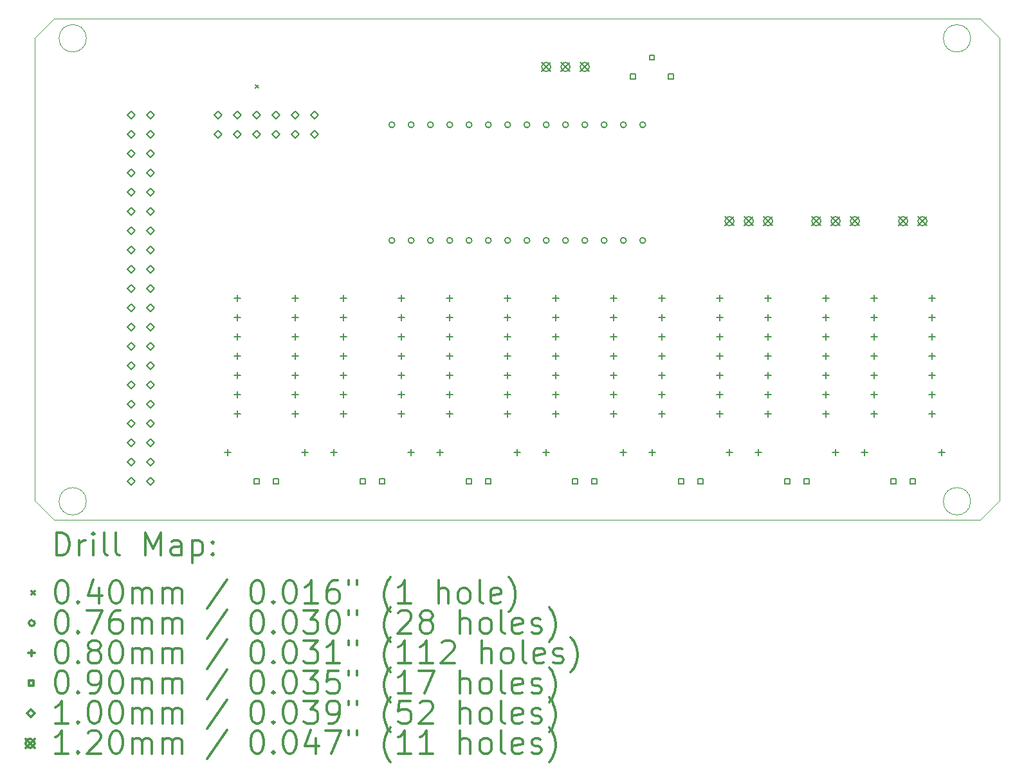
<source format=gbr>
%FSLAX45Y45*%
G04 Gerber Fmt 4.5, Leading zero omitted, Abs format (unit mm)*
G04 Created by KiCad (PCBNEW 5.1.5+dfsg1-2build2) date 2021-12-17 12:35:42*
%MOMM*%
%LPD*%
G04 APERTURE LIST*
%TA.AperFunction,Profile*%
%ADD10C,0.050000*%
%TD*%
%ADD11C,0.200000*%
%ADD12C,0.300000*%
G04 APERTURE END LIST*
D10*
X20828000Y-5842000D02*
X20574000Y-5842000D01*
X21082000Y-6096000D02*
X20828000Y-5842000D01*
X21082000Y-12192000D02*
X21082000Y-6096000D01*
X20828000Y-12446000D02*
X21082000Y-12192000D01*
X20574000Y-12446000D02*
X20828000Y-12446000D01*
X8636000Y-5842000D02*
X9525000Y-5842000D01*
X8382000Y-6096000D02*
X8636000Y-5842000D01*
X8382000Y-12192000D02*
X8382000Y-6096000D01*
X8636000Y-12446000D02*
X8382000Y-12192000D01*
X9525000Y-12446000D02*
X8636000Y-12446000D01*
X9060000Y-6100000D02*
G75*
G03X9060000Y-6100000I-180000J0D01*
G01*
X9060000Y-12200000D02*
G75*
G03X9060000Y-12200000I-180000J0D01*
G01*
X20700000Y-6100000D02*
G75*
G03X20700000Y-6100000I-180000J0D01*
G01*
X20700000Y-12200000D02*
G75*
G03X20700000Y-12200000I-180000J0D01*
G01*
X20574000Y-12446000D02*
X9525000Y-12446000D01*
X9525000Y-5842000D02*
X20574000Y-5842000D01*
D11*
X11283000Y-6711000D02*
X11323000Y-6751000D01*
X11323000Y-6711000D02*
X11283000Y-6751000D01*
X13119100Y-7239000D02*
G75*
G03X13119100Y-7239000I-38100J0D01*
G01*
X13119100Y-8763000D02*
G75*
G03X13119100Y-8763000I-38100J0D01*
G01*
X13373100Y-7239000D02*
G75*
G03X13373100Y-7239000I-38100J0D01*
G01*
X13373100Y-8763000D02*
G75*
G03X13373100Y-8763000I-38100J0D01*
G01*
X13627100Y-7239000D02*
G75*
G03X13627100Y-7239000I-38100J0D01*
G01*
X13627100Y-8763000D02*
G75*
G03X13627100Y-8763000I-38100J0D01*
G01*
X13881100Y-7239000D02*
G75*
G03X13881100Y-7239000I-38100J0D01*
G01*
X13881100Y-8763000D02*
G75*
G03X13881100Y-8763000I-38100J0D01*
G01*
X14135100Y-7239000D02*
G75*
G03X14135100Y-7239000I-38100J0D01*
G01*
X14135100Y-8763000D02*
G75*
G03X14135100Y-8763000I-38100J0D01*
G01*
X14389100Y-7239000D02*
G75*
G03X14389100Y-7239000I-38100J0D01*
G01*
X14389100Y-8763000D02*
G75*
G03X14389100Y-8763000I-38100J0D01*
G01*
X14643100Y-7239000D02*
G75*
G03X14643100Y-7239000I-38100J0D01*
G01*
X14643100Y-8763000D02*
G75*
G03X14643100Y-8763000I-38100J0D01*
G01*
X14897100Y-7239000D02*
G75*
G03X14897100Y-7239000I-38100J0D01*
G01*
X14897100Y-8763000D02*
G75*
G03X14897100Y-8763000I-38100J0D01*
G01*
X15151100Y-7239000D02*
G75*
G03X15151100Y-7239000I-38100J0D01*
G01*
X15151100Y-8763000D02*
G75*
G03X15151100Y-8763000I-38100J0D01*
G01*
X15405100Y-7239000D02*
G75*
G03X15405100Y-7239000I-38100J0D01*
G01*
X15405100Y-8763000D02*
G75*
G03X15405100Y-8763000I-38100J0D01*
G01*
X15659100Y-7239000D02*
G75*
G03X15659100Y-7239000I-38100J0D01*
G01*
X15659100Y-8763000D02*
G75*
G03X15659100Y-8763000I-38100J0D01*
G01*
X15913100Y-7239000D02*
G75*
G03X15913100Y-7239000I-38100J0D01*
G01*
X15913100Y-8763000D02*
G75*
G03X15913100Y-8763000I-38100J0D01*
G01*
X16167100Y-7239000D02*
G75*
G03X16167100Y-7239000I-38100J0D01*
G01*
X16167100Y-8763000D02*
G75*
G03X16167100Y-8763000I-38100J0D01*
G01*
X16421100Y-7239000D02*
G75*
G03X16421100Y-7239000I-38100J0D01*
G01*
X16421100Y-8763000D02*
G75*
G03X16421100Y-8763000I-38100J0D01*
G01*
X15113000Y-11517000D02*
X15113000Y-11597000D01*
X15073000Y-11557000D02*
X15153000Y-11557000D01*
X16129000Y-11517000D02*
X16129000Y-11597000D01*
X16089000Y-11557000D02*
X16169000Y-11557000D01*
X19304000Y-11517000D02*
X19304000Y-11597000D01*
X19264000Y-11557000D02*
X19344000Y-11557000D01*
X20320000Y-11517000D02*
X20320000Y-11597000D01*
X20280000Y-11557000D02*
X20360000Y-11557000D01*
X12319000Y-11517000D02*
X12319000Y-11597000D01*
X12279000Y-11557000D02*
X12359000Y-11557000D01*
X13335000Y-11517000D02*
X13335000Y-11597000D01*
X13295000Y-11557000D02*
X13375000Y-11557000D01*
X17907000Y-11517000D02*
X17907000Y-11597000D01*
X17867000Y-11557000D02*
X17947000Y-11557000D01*
X18923000Y-11517000D02*
X18923000Y-11597000D01*
X18883000Y-11557000D02*
X18963000Y-11557000D01*
X19431000Y-9485000D02*
X19431000Y-9565000D01*
X19391000Y-9525000D02*
X19471000Y-9525000D01*
X19431000Y-9739000D02*
X19431000Y-9819000D01*
X19391000Y-9779000D02*
X19471000Y-9779000D01*
X19431000Y-9993000D02*
X19431000Y-10073000D01*
X19391000Y-10033000D02*
X19471000Y-10033000D01*
X19431000Y-10247000D02*
X19431000Y-10327000D01*
X19391000Y-10287000D02*
X19471000Y-10287000D01*
X19431000Y-10501000D02*
X19431000Y-10581000D01*
X19391000Y-10541000D02*
X19471000Y-10541000D01*
X19431000Y-10755000D02*
X19431000Y-10835000D01*
X19391000Y-10795000D02*
X19471000Y-10795000D01*
X19431000Y-11009000D02*
X19431000Y-11089000D01*
X19391000Y-11049000D02*
X19471000Y-11049000D01*
X20193000Y-9485000D02*
X20193000Y-9565000D01*
X20153000Y-9525000D02*
X20233000Y-9525000D01*
X20193000Y-9739000D02*
X20193000Y-9819000D01*
X20153000Y-9779000D02*
X20233000Y-9779000D01*
X20193000Y-9993000D02*
X20193000Y-10073000D01*
X20153000Y-10033000D02*
X20233000Y-10033000D01*
X20193000Y-10247000D02*
X20193000Y-10327000D01*
X20153000Y-10287000D02*
X20233000Y-10287000D01*
X20193000Y-10501000D02*
X20193000Y-10581000D01*
X20153000Y-10541000D02*
X20233000Y-10541000D01*
X20193000Y-10755000D02*
X20193000Y-10835000D01*
X20153000Y-10795000D02*
X20233000Y-10795000D01*
X20193000Y-11009000D02*
X20193000Y-11089000D01*
X20153000Y-11049000D02*
X20233000Y-11049000D01*
X13716000Y-11517000D02*
X13716000Y-11597000D01*
X13676000Y-11557000D02*
X13756000Y-11557000D01*
X14732000Y-11517000D02*
X14732000Y-11597000D01*
X14692000Y-11557000D02*
X14772000Y-11557000D01*
X11049000Y-9485000D02*
X11049000Y-9565000D01*
X11009000Y-9525000D02*
X11089000Y-9525000D01*
X11049000Y-9739000D02*
X11049000Y-9819000D01*
X11009000Y-9779000D02*
X11089000Y-9779000D01*
X11049000Y-9993000D02*
X11049000Y-10073000D01*
X11009000Y-10033000D02*
X11089000Y-10033000D01*
X11049000Y-10247000D02*
X11049000Y-10327000D01*
X11009000Y-10287000D02*
X11089000Y-10287000D01*
X11049000Y-10501000D02*
X11049000Y-10581000D01*
X11009000Y-10541000D02*
X11089000Y-10541000D01*
X11049000Y-10755000D02*
X11049000Y-10835000D01*
X11009000Y-10795000D02*
X11089000Y-10795000D01*
X11049000Y-11009000D02*
X11049000Y-11089000D01*
X11009000Y-11049000D02*
X11089000Y-11049000D01*
X11811000Y-9485000D02*
X11811000Y-9565000D01*
X11771000Y-9525000D02*
X11851000Y-9525000D01*
X11811000Y-9739000D02*
X11811000Y-9819000D01*
X11771000Y-9779000D02*
X11851000Y-9779000D01*
X11811000Y-9993000D02*
X11811000Y-10073000D01*
X11771000Y-10033000D02*
X11851000Y-10033000D01*
X11811000Y-10247000D02*
X11811000Y-10327000D01*
X11771000Y-10287000D02*
X11851000Y-10287000D01*
X11811000Y-10501000D02*
X11811000Y-10581000D01*
X11771000Y-10541000D02*
X11851000Y-10541000D01*
X11811000Y-10755000D02*
X11811000Y-10835000D01*
X11771000Y-10795000D02*
X11851000Y-10795000D01*
X11811000Y-11009000D02*
X11811000Y-11089000D01*
X11771000Y-11049000D02*
X11851000Y-11049000D01*
X16637000Y-9485000D02*
X16637000Y-9565000D01*
X16597000Y-9525000D02*
X16677000Y-9525000D01*
X16637000Y-9739000D02*
X16637000Y-9819000D01*
X16597000Y-9779000D02*
X16677000Y-9779000D01*
X16637000Y-9993000D02*
X16637000Y-10073000D01*
X16597000Y-10033000D02*
X16677000Y-10033000D01*
X16637000Y-10247000D02*
X16637000Y-10327000D01*
X16597000Y-10287000D02*
X16677000Y-10287000D01*
X16637000Y-10501000D02*
X16637000Y-10581000D01*
X16597000Y-10541000D02*
X16677000Y-10541000D01*
X16637000Y-10755000D02*
X16637000Y-10835000D01*
X16597000Y-10795000D02*
X16677000Y-10795000D01*
X16637000Y-11009000D02*
X16637000Y-11089000D01*
X16597000Y-11049000D02*
X16677000Y-11049000D01*
X17399000Y-9485000D02*
X17399000Y-9565000D01*
X17359000Y-9525000D02*
X17439000Y-9525000D01*
X17399000Y-9739000D02*
X17399000Y-9819000D01*
X17359000Y-9779000D02*
X17439000Y-9779000D01*
X17399000Y-9993000D02*
X17399000Y-10073000D01*
X17359000Y-10033000D02*
X17439000Y-10033000D01*
X17399000Y-10247000D02*
X17399000Y-10327000D01*
X17359000Y-10287000D02*
X17439000Y-10287000D01*
X17399000Y-10501000D02*
X17399000Y-10581000D01*
X17359000Y-10541000D02*
X17439000Y-10541000D01*
X17399000Y-10755000D02*
X17399000Y-10835000D01*
X17359000Y-10795000D02*
X17439000Y-10795000D01*
X17399000Y-11009000D02*
X17399000Y-11089000D01*
X17359000Y-11049000D02*
X17439000Y-11049000D01*
X10922000Y-11517000D02*
X10922000Y-11597000D01*
X10882000Y-11557000D02*
X10962000Y-11557000D01*
X11938000Y-11517000D02*
X11938000Y-11597000D01*
X11898000Y-11557000D02*
X11978000Y-11557000D01*
X12446000Y-9485000D02*
X12446000Y-9565000D01*
X12406000Y-9525000D02*
X12486000Y-9525000D01*
X12446000Y-9739000D02*
X12446000Y-9819000D01*
X12406000Y-9779000D02*
X12486000Y-9779000D01*
X12446000Y-9993000D02*
X12446000Y-10073000D01*
X12406000Y-10033000D02*
X12486000Y-10033000D01*
X12446000Y-10247000D02*
X12446000Y-10327000D01*
X12406000Y-10287000D02*
X12486000Y-10287000D01*
X12446000Y-10501000D02*
X12446000Y-10581000D01*
X12406000Y-10541000D02*
X12486000Y-10541000D01*
X12446000Y-10755000D02*
X12446000Y-10835000D01*
X12406000Y-10795000D02*
X12486000Y-10795000D01*
X12446000Y-11009000D02*
X12446000Y-11089000D01*
X12406000Y-11049000D02*
X12486000Y-11049000D01*
X13208000Y-9485000D02*
X13208000Y-9565000D01*
X13168000Y-9525000D02*
X13248000Y-9525000D01*
X13208000Y-9739000D02*
X13208000Y-9819000D01*
X13168000Y-9779000D02*
X13248000Y-9779000D01*
X13208000Y-9993000D02*
X13208000Y-10073000D01*
X13168000Y-10033000D02*
X13248000Y-10033000D01*
X13208000Y-10247000D02*
X13208000Y-10327000D01*
X13168000Y-10287000D02*
X13248000Y-10287000D01*
X13208000Y-10501000D02*
X13208000Y-10581000D01*
X13168000Y-10541000D02*
X13248000Y-10541000D01*
X13208000Y-10755000D02*
X13208000Y-10835000D01*
X13168000Y-10795000D02*
X13248000Y-10795000D01*
X13208000Y-11009000D02*
X13208000Y-11089000D01*
X13168000Y-11049000D02*
X13248000Y-11049000D01*
X18034000Y-9485000D02*
X18034000Y-9565000D01*
X17994000Y-9525000D02*
X18074000Y-9525000D01*
X18034000Y-9739000D02*
X18034000Y-9819000D01*
X17994000Y-9779000D02*
X18074000Y-9779000D01*
X18034000Y-9993000D02*
X18034000Y-10073000D01*
X17994000Y-10033000D02*
X18074000Y-10033000D01*
X18034000Y-10247000D02*
X18034000Y-10327000D01*
X17994000Y-10287000D02*
X18074000Y-10287000D01*
X18034000Y-10501000D02*
X18034000Y-10581000D01*
X17994000Y-10541000D02*
X18074000Y-10541000D01*
X18034000Y-10755000D02*
X18034000Y-10835000D01*
X17994000Y-10795000D02*
X18074000Y-10795000D01*
X18034000Y-11009000D02*
X18034000Y-11089000D01*
X17994000Y-11049000D02*
X18074000Y-11049000D01*
X18796000Y-9485000D02*
X18796000Y-9565000D01*
X18756000Y-9525000D02*
X18836000Y-9525000D01*
X18796000Y-9739000D02*
X18796000Y-9819000D01*
X18756000Y-9779000D02*
X18836000Y-9779000D01*
X18796000Y-9993000D02*
X18796000Y-10073000D01*
X18756000Y-10033000D02*
X18836000Y-10033000D01*
X18796000Y-10247000D02*
X18796000Y-10327000D01*
X18756000Y-10287000D02*
X18836000Y-10287000D01*
X18796000Y-10501000D02*
X18796000Y-10581000D01*
X18756000Y-10541000D02*
X18836000Y-10541000D01*
X18796000Y-10755000D02*
X18796000Y-10835000D01*
X18756000Y-10795000D02*
X18836000Y-10795000D01*
X18796000Y-11009000D02*
X18796000Y-11089000D01*
X18756000Y-11049000D02*
X18836000Y-11049000D01*
X13843000Y-9485000D02*
X13843000Y-9565000D01*
X13803000Y-9525000D02*
X13883000Y-9525000D01*
X13843000Y-9739000D02*
X13843000Y-9819000D01*
X13803000Y-9779000D02*
X13883000Y-9779000D01*
X13843000Y-9993000D02*
X13843000Y-10073000D01*
X13803000Y-10033000D02*
X13883000Y-10033000D01*
X13843000Y-10247000D02*
X13843000Y-10327000D01*
X13803000Y-10287000D02*
X13883000Y-10287000D01*
X13843000Y-10501000D02*
X13843000Y-10581000D01*
X13803000Y-10541000D02*
X13883000Y-10541000D01*
X13843000Y-10755000D02*
X13843000Y-10835000D01*
X13803000Y-10795000D02*
X13883000Y-10795000D01*
X13843000Y-11009000D02*
X13843000Y-11089000D01*
X13803000Y-11049000D02*
X13883000Y-11049000D01*
X14605000Y-9485000D02*
X14605000Y-9565000D01*
X14565000Y-9525000D02*
X14645000Y-9525000D01*
X14605000Y-9739000D02*
X14605000Y-9819000D01*
X14565000Y-9779000D02*
X14645000Y-9779000D01*
X14605000Y-9993000D02*
X14605000Y-10073000D01*
X14565000Y-10033000D02*
X14645000Y-10033000D01*
X14605000Y-10247000D02*
X14605000Y-10327000D01*
X14565000Y-10287000D02*
X14645000Y-10287000D01*
X14605000Y-10501000D02*
X14605000Y-10581000D01*
X14565000Y-10541000D02*
X14645000Y-10541000D01*
X14605000Y-10755000D02*
X14605000Y-10835000D01*
X14565000Y-10795000D02*
X14645000Y-10795000D01*
X14605000Y-11009000D02*
X14605000Y-11089000D01*
X14565000Y-11049000D02*
X14645000Y-11049000D01*
X16510000Y-11517000D02*
X16510000Y-11597000D01*
X16470000Y-11557000D02*
X16550000Y-11557000D01*
X17526000Y-11517000D02*
X17526000Y-11597000D01*
X17486000Y-11557000D02*
X17566000Y-11557000D01*
X15240000Y-9485000D02*
X15240000Y-9565000D01*
X15200000Y-9525000D02*
X15280000Y-9525000D01*
X15240000Y-9739000D02*
X15240000Y-9819000D01*
X15200000Y-9779000D02*
X15280000Y-9779000D01*
X15240000Y-9993000D02*
X15240000Y-10073000D01*
X15200000Y-10033000D02*
X15280000Y-10033000D01*
X15240000Y-10247000D02*
X15240000Y-10327000D01*
X15200000Y-10287000D02*
X15280000Y-10287000D01*
X15240000Y-10501000D02*
X15240000Y-10581000D01*
X15200000Y-10541000D02*
X15280000Y-10541000D01*
X15240000Y-10755000D02*
X15240000Y-10835000D01*
X15200000Y-10795000D02*
X15280000Y-10795000D01*
X15240000Y-11009000D02*
X15240000Y-11089000D01*
X15200000Y-11049000D02*
X15280000Y-11049000D01*
X16002000Y-9485000D02*
X16002000Y-9565000D01*
X15962000Y-9525000D02*
X16042000Y-9525000D01*
X16002000Y-9739000D02*
X16002000Y-9819000D01*
X15962000Y-9779000D02*
X16042000Y-9779000D01*
X16002000Y-9993000D02*
X16002000Y-10073000D01*
X15962000Y-10033000D02*
X16042000Y-10033000D01*
X16002000Y-10247000D02*
X16002000Y-10327000D01*
X15962000Y-10287000D02*
X16042000Y-10287000D01*
X16002000Y-10501000D02*
X16002000Y-10581000D01*
X15962000Y-10541000D02*
X16042000Y-10541000D01*
X16002000Y-10755000D02*
X16002000Y-10835000D01*
X15962000Y-10795000D02*
X16042000Y-10795000D01*
X16002000Y-11009000D02*
X16002000Y-11089000D01*
X15962000Y-11049000D02*
X16042000Y-11049000D01*
X18319820Y-11969820D02*
X18319820Y-11906180D01*
X18256180Y-11906180D01*
X18256180Y-11969820D01*
X18319820Y-11969820D01*
X18573820Y-11969820D02*
X18573820Y-11906180D01*
X18510180Y-11906180D01*
X18510180Y-11969820D01*
X18573820Y-11969820D01*
X12731820Y-11969820D02*
X12731820Y-11906180D01*
X12668180Y-11906180D01*
X12668180Y-11969820D01*
X12731820Y-11969820D01*
X12985820Y-11969820D02*
X12985820Y-11906180D01*
X12922180Y-11906180D01*
X12922180Y-11969820D01*
X12985820Y-11969820D01*
X16287820Y-6635820D02*
X16287820Y-6572180D01*
X16224180Y-6572180D01*
X16224180Y-6635820D01*
X16287820Y-6635820D01*
X16537820Y-6385820D02*
X16537820Y-6322180D01*
X16474180Y-6322180D01*
X16474180Y-6385820D01*
X16537820Y-6385820D01*
X16787820Y-6635820D02*
X16787820Y-6572180D01*
X16724180Y-6572180D01*
X16724180Y-6635820D01*
X16787820Y-6635820D01*
X14128820Y-11969820D02*
X14128820Y-11906180D01*
X14065180Y-11906180D01*
X14065180Y-11969820D01*
X14128820Y-11969820D01*
X14382820Y-11969820D02*
X14382820Y-11906180D01*
X14319180Y-11906180D01*
X14319180Y-11969820D01*
X14382820Y-11969820D01*
X11334820Y-11969820D02*
X11334820Y-11906180D01*
X11271180Y-11906180D01*
X11271180Y-11969820D01*
X11334820Y-11969820D01*
X11588820Y-11969820D02*
X11588820Y-11906180D01*
X11525180Y-11906180D01*
X11525180Y-11969820D01*
X11588820Y-11969820D01*
X16922820Y-11969820D02*
X16922820Y-11906180D01*
X16859180Y-11906180D01*
X16859180Y-11969820D01*
X16922820Y-11969820D01*
X17176820Y-11969820D02*
X17176820Y-11906180D01*
X17113180Y-11906180D01*
X17113180Y-11969820D01*
X17176820Y-11969820D01*
X19716820Y-11969820D02*
X19716820Y-11906180D01*
X19653180Y-11906180D01*
X19653180Y-11969820D01*
X19716820Y-11969820D01*
X19970820Y-11969820D02*
X19970820Y-11906180D01*
X19907180Y-11906180D01*
X19907180Y-11969820D01*
X19970820Y-11969820D01*
X15525820Y-11969820D02*
X15525820Y-11906180D01*
X15462180Y-11906180D01*
X15462180Y-11969820D01*
X15525820Y-11969820D01*
X15779820Y-11969820D02*
X15779820Y-11906180D01*
X15716180Y-11906180D01*
X15716180Y-11969820D01*
X15779820Y-11969820D01*
X9652000Y-7162000D02*
X9702000Y-7112000D01*
X9652000Y-7062000D01*
X9602000Y-7112000D01*
X9652000Y-7162000D01*
X9652000Y-7416000D02*
X9702000Y-7366000D01*
X9652000Y-7316000D01*
X9602000Y-7366000D01*
X9652000Y-7416000D01*
X9652000Y-7670000D02*
X9702000Y-7620000D01*
X9652000Y-7570000D01*
X9602000Y-7620000D01*
X9652000Y-7670000D01*
X9652000Y-7924000D02*
X9702000Y-7874000D01*
X9652000Y-7824000D01*
X9602000Y-7874000D01*
X9652000Y-7924000D01*
X9652000Y-8178000D02*
X9702000Y-8128000D01*
X9652000Y-8078000D01*
X9602000Y-8128000D01*
X9652000Y-8178000D01*
X9652000Y-8432000D02*
X9702000Y-8382000D01*
X9652000Y-8332000D01*
X9602000Y-8382000D01*
X9652000Y-8432000D01*
X9652000Y-8686000D02*
X9702000Y-8636000D01*
X9652000Y-8586000D01*
X9602000Y-8636000D01*
X9652000Y-8686000D01*
X9652000Y-8940000D02*
X9702000Y-8890000D01*
X9652000Y-8840000D01*
X9602000Y-8890000D01*
X9652000Y-8940000D01*
X9652000Y-9194000D02*
X9702000Y-9144000D01*
X9652000Y-9094000D01*
X9602000Y-9144000D01*
X9652000Y-9194000D01*
X9652000Y-9448000D02*
X9702000Y-9398000D01*
X9652000Y-9348000D01*
X9602000Y-9398000D01*
X9652000Y-9448000D01*
X9652000Y-9702000D02*
X9702000Y-9652000D01*
X9652000Y-9602000D01*
X9602000Y-9652000D01*
X9652000Y-9702000D01*
X9652000Y-9956000D02*
X9702000Y-9906000D01*
X9652000Y-9856000D01*
X9602000Y-9906000D01*
X9652000Y-9956000D01*
X9652000Y-10210000D02*
X9702000Y-10160000D01*
X9652000Y-10110000D01*
X9602000Y-10160000D01*
X9652000Y-10210000D01*
X9652000Y-10464000D02*
X9702000Y-10414000D01*
X9652000Y-10364000D01*
X9602000Y-10414000D01*
X9652000Y-10464000D01*
X9652000Y-10718000D02*
X9702000Y-10668000D01*
X9652000Y-10618000D01*
X9602000Y-10668000D01*
X9652000Y-10718000D01*
X9652000Y-10972000D02*
X9702000Y-10922000D01*
X9652000Y-10872000D01*
X9602000Y-10922000D01*
X9652000Y-10972000D01*
X9652000Y-11226000D02*
X9702000Y-11176000D01*
X9652000Y-11126000D01*
X9602000Y-11176000D01*
X9652000Y-11226000D01*
X9652000Y-11480000D02*
X9702000Y-11430000D01*
X9652000Y-11380000D01*
X9602000Y-11430000D01*
X9652000Y-11480000D01*
X9652000Y-11734000D02*
X9702000Y-11684000D01*
X9652000Y-11634000D01*
X9602000Y-11684000D01*
X9652000Y-11734000D01*
X9652000Y-11988000D02*
X9702000Y-11938000D01*
X9652000Y-11888000D01*
X9602000Y-11938000D01*
X9652000Y-11988000D01*
X9906000Y-7162000D02*
X9956000Y-7112000D01*
X9906000Y-7062000D01*
X9856000Y-7112000D01*
X9906000Y-7162000D01*
X9906000Y-7416000D02*
X9956000Y-7366000D01*
X9906000Y-7316000D01*
X9856000Y-7366000D01*
X9906000Y-7416000D01*
X9906000Y-7670000D02*
X9956000Y-7620000D01*
X9906000Y-7570000D01*
X9856000Y-7620000D01*
X9906000Y-7670000D01*
X9906000Y-7924000D02*
X9956000Y-7874000D01*
X9906000Y-7824000D01*
X9856000Y-7874000D01*
X9906000Y-7924000D01*
X9906000Y-8178000D02*
X9956000Y-8128000D01*
X9906000Y-8078000D01*
X9856000Y-8128000D01*
X9906000Y-8178000D01*
X9906000Y-8432000D02*
X9956000Y-8382000D01*
X9906000Y-8332000D01*
X9856000Y-8382000D01*
X9906000Y-8432000D01*
X9906000Y-8686000D02*
X9956000Y-8636000D01*
X9906000Y-8586000D01*
X9856000Y-8636000D01*
X9906000Y-8686000D01*
X9906000Y-8940000D02*
X9956000Y-8890000D01*
X9906000Y-8840000D01*
X9856000Y-8890000D01*
X9906000Y-8940000D01*
X9906000Y-9194000D02*
X9956000Y-9144000D01*
X9906000Y-9094000D01*
X9856000Y-9144000D01*
X9906000Y-9194000D01*
X9906000Y-9448000D02*
X9956000Y-9398000D01*
X9906000Y-9348000D01*
X9856000Y-9398000D01*
X9906000Y-9448000D01*
X9906000Y-9702000D02*
X9956000Y-9652000D01*
X9906000Y-9602000D01*
X9856000Y-9652000D01*
X9906000Y-9702000D01*
X9906000Y-9956000D02*
X9956000Y-9906000D01*
X9906000Y-9856000D01*
X9856000Y-9906000D01*
X9906000Y-9956000D01*
X9906000Y-10210000D02*
X9956000Y-10160000D01*
X9906000Y-10110000D01*
X9856000Y-10160000D01*
X9906000Y-10210000D01*
X9906000Y-10464000D02*
X9956000Y-10414000D01*
X9906000Y-10364000D01*
X9856000Y-10414000D01*
X9906000Y-10464000D01*
X9906000Y-10718000D02*
X9956000Y-10668000D01*
X9906000Y-10618000D01*
X9856000Y-10668000D01*
X9906000Y-10718000D01*
X9906000Y-10972000D02*
X9956000Y-10922000D01*
X9906000Y-10872000D01*
X9856000Y-10922000D01*
X9906000Y-10972000D01*
X9906000Y-11226000D02*
X9956000Y-11176000D01*
X9906000Y-11126000D01*
X9856000Y-11176000D01*
X9906000Y-11226000D01*
X9906000Y-11480000D02*
X9956000Y-11430000D01*
X9906000Y-11380000D01*
X9856000Y-11430000D01*
X9906000Y-11480000D01*
X9906000Y-11734000D02*
X9956000Y-11684000D01*
X9906000Y-11634000D01*
X9856000Y-11684000D01*
X9906000Y-11734000D01*
X9906000Y-11988000D02*
X9956000Y-11938000D01*
X9906000Y-11888000D01*
X9856000Y-11938000D01*
X9906000Y-11988000D01*
X10795000Y-7162000D02*
X10845000Y-7112000D01*
X10795000Y-7062000D01*
X10745000Y-7112000D01*
X10795000Y-7162000D01*
X10795000Y-7416000D02*
X10845000Y-7366000D01*
X10795000Y-7316000D01*
X10745000Y-7366000D01*
X10795000Y-7416000D01*
X11049000Y-7162000D02*
X11099000Y-7112000D01*
X11049000Y-7062000D01*
X10999000Y-7112000D01*
X11049000Y-7162000D01*
X11049000Y-7416000D02*
X11099000Y-7366000D01*
X11049000Y-7316000D01*
X10999000Y-7366000D01*
X11049000Y-7416000D01*
X11303000Y-7162000D02*
X11353000Y-7112000D01*
X11303000Y-7062000D01*
X11253000Y-7112000D01*
X11303000Y-7162000D01*
X11303000Y-7416000D02*
X11353000Y-7366000D01*
X11303000Y-7316000D01*
X11253000Y-7366000D01*
X11303000Y-7416000D01*
X11557000Y-7162000D02*
X11607000Y-7112000D01*
X11557000Y-7062000D01*
X11507000Y-7112000D01*
X11557000Y-7162000D01*
X11557000Y-7416000D02*
X11607000Y-7366000D01*
X11557000Y-7316000D01*
X11507000Y-7366000D01*
X11557000Y-7416000D01*
X11811000Y-7162000D02*
X11861000Y-7112000D01*
X11811000Y-7062000D01*
X11761000Y-7112000D01*
X11811000Y-7162000D01*
X11811000Y-7416000D02*
X11861000Y-7366000D01*
X11811000Y-7316000D01*
X11761000Y-7366000D01*
X11811000Y-7416000D01*
X12065000Y-7162000D02*
X12115000Y-7112000D01*
X12065000Y-7062000D01*
X12015000Y-7112000D01*
X12065000Y-7162000D01*
X12065000Y-7416000D02*
X12115000Y-7366000D01*
X12065000Y-7316000D01*
X12015000Y-7366000D01*
X12065000Y-7416000D01*
X17466000Y-8449000D02*
X17586000Y-8569000D01*
X17586000Y-8449000D02*
X17466000Y-8569000D01*
X17586000Y-8509000D02*
G75*
G03X17586000Y-8509000I-60000J0D01*
G01*
X17720000Y-8449000D02*
X17840000Y-8569000D01*
X17840000Y-8449000D02*
X17720000Y-8569000D01*
X17840000Y-8509000D02*
G75*
G03X17840000Y-8509000I-60000J0D01*
G01*
X17974000Y-8449000D02*
X18094000Y-8569000D01*
X18094000Y-8449000D02*
X17974000Y-8569000D01*
X18094000Y-8509000D02*
G75*
G03X18094000Y-8509000I-60000J0D01*
G01*
X18609000Y-8449000D02*
X18729000Y-8569000D01*
X18729000Y-8449000D02*
X18609000Y-8569000D01*
X18729000Y-8509000D02*
G75*
G03X18729000Y-8509000I-60000J0D01*
G01*
X18863000Y-8449000D02*
X18983000Y-8569000D01*
X18983000Y-8449000D02*
X18863000Y-8569000D01*
X18983000Y-8509000D02*
G75*
G03X18983000Y-8509000I-60000J0D01*
G01*
X19117000Y-8449000D02*
X19237000Y-8569000D01*
X19237000Y-8449000D02*
X19117000Y-8569000D01*
X19237000Y-8509000D02*
G75*
G03X19237000Y-8509000I-60000J0D01*
G01*
X19752000Y-8449000D02*
X19872000Y-8569000D01*
X19872000Y-8449000D02*
X19752000Y-8569000D01*
X19872000Y-8509000D02*
G75*
G03X19872000Y-8509000I-60000J0D01*
G01*
X20006000Y-8449000D02*
X20126000Y-8569000D01*
X20126000Y-8449000D02*
X20006000Y-8569000D01*
X20126000Y-8509000D02*
G75*
G03X20126000Y-8509000I-60000J0D01*
G01*
X15053000Y-6417000D02*
X15173000Y-6537000D01*
X15173000Y-6417000D02*
X15053000Y-6537000D01*
X15173000Y-6477000D02*
G75*
G03X15173000Y-6477000I-60000J0D01*
G01*
X15307000Y-6417000D02*
X15427000Y-6537000D01*
X15427000Y-6417000D02*
X15307000Y-6537000D01*
X15427000Y-6477000D02*
G75*
G03X15427000Y-6477000I-60000J0D01*
G01*
X15561000Y-6417000D02*
X15681000Y-6537000D01*
X15681000Y-6417000D02*
X15561000Y-6537000D01*
X15681000Y-6477000D02*
G75*
G03X15681000Y-6477000I-60000J0D01*
G01*
D12*
X8665928Y-12914214D02*
X8665928Y-12614214D01*
X8737357Y-12614214D01*
X8780214Y-12628500D01*
X8808786Y-12657071D01*
X8823071Y-12685643D01*
X8837357Y-12742786D01*
X8837357Y-12785643D01*
X8823071Y-12842786D01*
X8808786Y-12871357D01*
X8780214Y-12899929D01*
X8737357Y-12914214D01*
X8665928Y-12914214D01*
X8965928Y-12914214D02*
X8965928Y-12714214D01*
X8965928Y-12771357D02*
X8980214Y-12742786D01*
X8994500Y-12728500D01*
X9023071Y-12714214D01*
X9051643Y-12714214D01*
X9151643Y-12914214D02*
X9151643Y-12714214D01*
X9151643Y-12614214D02*
X9137357Y-12628500D01*
X9151643Y-12642786D01*
X9165928Y-12628500D01*
X9151643Y-12614214D01*
X9151643Y-12642786D01*
X9337357Y-12914214D02*
X9308786Y-12899929D01*
X9294500Y-12871357D01*
X9294500Y-12614214D01*
X9494500Y-12914214D02*
X9465928Y-12899929D01*
X9451643Y-12871357D01*
X9451643Y-12614214D01*
X9837357Y-12914214D02*
X9837357Y-12614214D01*
X9937357Y-12828500D01*
X10037357Y-12614214D01*
X10037357Y-12914214D01*
X10308786Y-12914214D02*
X10308786Y-12757071D01*
X10294500Y-12728500D01*
X10265928Y-12714214D01*
X10208786Y-12714214D01*
X10180214Y-12728500D01*
X10308786Y-12899929D02*
X10280214Y-12914214D01*
X10208786Y-12914214D01*
X10180214Y-12899929D01*
X10165928Y-12871357D01*
X10165928Y-12842786D01*
X10180214Y-12814214D01*
X10208786Y-12799929D01*
X10280214Y-12799929D01*
X10308786Y-12785643D01*
X10451643Y-12714214D02*
X10451643Y-13014214D01*
X10451643Y-12728500D02*
X10480214Y-12714214D01*
X10537357Y-12714214D01*
X10565928Y-12728500D01*
X10580214Y-12742786D01*
X10594500Y-12771357D01*
X10594500Y-12857071D01*
X10580214Y-12885643D01*
X10565928Y-12899929D01*
X10537357Y-12914214D01*
X10480214Y-12914214D01*
X10451643Y-12899929D01*
X10723071Y-12885643D02*
X10737357Y-12899929D01*
X10723071Y-12914214D01*
X10708786Y-12899929D01*
X10723071Y-12885643D01*
X10723071Y-12914214D01*
X10723071Y-12728500D02*
X10737357Y-12742786D01*
X10723071Y-12757071D01*
X10708786Y-12742786D01*
X10723071Y-12728500D01*
X10723071Y-12757071D01*
X8339500Y-13388500D02*
X8379500Y-13428500D01*
X8379500Y-13388500D02*
X8339500Y-13428500D01*
X8723071Y-13244214D02*
X8751643Y-13244214D01*
X8780214Y-13258500D01*
X8794500Y-13272786D01*
X8808786Y-13301357D01*
X8823071Y-13358500D01*
X8823071Y-13429929D01*
X8808786Y-13487071D01*
X8794500Y-13515643D01*
X8780214Y-13529929D01*
X8751643Y-13544214D01*
X8723071Y-13544214D01*
X8694500Y-13529929D01*
X8680214Y-13515643D01*
X8665928Y-13487071D01*
X8651643Y-13429929D01*
X8651643Y-13358500D01*
X8665928Y-13301357D01*
X8680214Y-13272786D01*
X8694500Y-13258500D01*
X8723071Y-13244214D01*
X8951643Y-13515643D02*
X8965928Y-13529929D01*
X8951643Y-13544214D01*
X8937357Y-13529929D01*
X8951643Y-13515643D01*
X8951643Y-13544214D01*
X9223071Y-13344214D02*
X9223071Y-13544214D01*
X9151643Y-13229929D02*
X9080214Y-13444214D01*
X9265928Y-13444214D01*
X9437357Y-13244214D02*
X9465928Y-13244214D01*
X9494500Y-13258500D01*
X9508786Y-13272786D01*
X9523071Y-13301357D01*
X9537357Y-13358500D01*
X9537357Y-13429929D01*
X9523071Y-13487071D01*
X9508786Y-13515643D01*
X9494500Y-13529929D01*
X9465928Y-13544214D01*
X9437357Y-13544214D01*
X9408786Y-13529929D01*
X9394500Y-13515643D01*
X9380214Y-13487071D01*
X9365928Y-13429929D01*
X9365928Y-13358500D01*
X9380214Y-13301357D01*
X9394500Y-13272786D01*
X9408786Y-13258500D01*
X9437357Y-13244214D01*
X9665928Y-13544214D02*
X9665928Y-13344214D01*
X9665928Y-13372786D02*
X9680214Y-13358500D01*
X9708786Y-13344214D01*
X9751643Y-13344214D01*
X9780214Y-13358500D01*
X9794500Y-13387071D01*
X9794500Y-13544214D01*
X9794500Y-13387071D02*
X9808786Y-13358500D01*
X9837357Y-13344214D01*
X9880214Y-13344214D01*
X9908786Y-13358500D01*
X9923071Y-13387071D01*
X9923071Y-13544214D01*
X10065928Y-13544214D02*
X10065928Y-13344214D01*
X10065928Y-13372786D02*
X10080214Y-13358500D01*
X10108786Y-13344214D01*
X10151643Y-13344214D01*
X10180214Y-13358500D01*
X10194500Y-13387071D01*
X10194500Y-13544214D01*
X10194500Y-13387071D02*
X10208786Y-13358500D01*
X10237357Y-13344214D01*
X10280214Y-13344214D01*
X10308786Y-13358500D01*
X10323071Y-13387071D01*
X10323071Y-13544214D01*
X10908786Y-13229929D02*
X10651643Y-13615643D01*
X11294500Y-13244214D02*
X11323071Y-13244214D01*
X11351643Y-13258500D01*
X11365928Y-13272786D01*
X11380214Y-13301357D01*
X11394500Y-13358500D01*
X11394500Y-13429929D01*
X11380214Y-13487071D01*
X11365928Y-13515643D01*
X11351643Y-13529929D01*
X11323071Y-13544214D01*
X11294500Y-13544214D01*
X11265928Y-13529929D01*
X11251643Y-13515643D01*
X11237357Y-13487071D01*
X11223071Y-13429929D01*
X11223071Y-13358500D01*
X11237357Y-13301357D01*
X11251643Y-13272786D01*
X11265928Y-13258500D01*
X11294500Y-13244214D01*
X11523071Y-13515643D02*
X11537357Y-13529929D01*
X11523071Y-13544214D01*
X11508786Y-13529929D01*
X11523071Y-13515643D01*
X11523071Y-13544214D01*
X11723071Y-13244214D02*
X11751643Y-13244214D01*
X11780214Y-13258500D01*
X11794500Y-13272786D01*
X11808786Y-13301357D01*
X11823071Y-13358500D01*
X11823071Y-13429929D01*
X11808786Y-13487071D01*
X11794500Y-13515643D01*
X11780214Y-13529929D01*
X11751643Y-13544214D01*
X11723071Y-13544214D01*
X11694500Y-13529929D01*
X11680214Y-13515643D01*
X11665928Y-13487071D01*
X11651643Y-13429929D01*
X11651643Y-13358500D01*
X11665928Y-13301357D01*
X11680214Y-13272786D01*
X11694500Y-13258500D01*
X11723071Y-13244214D01*
X12108786Y-13544214D02*
X11937357Y-13544214D01*
X12023071Y-13544214D02*
X12023071Y-13244214D01*
X11994500Y-13287071D01*
X11965928Y-13315643D01*
X11937357Y-13329929D01*
X12365928Y-13244214D02*
X12308786Y-13244214D01*
X12280214Y-13258500D01*
X12265928Y-13272786D01*
X12237357Y-13315643D01*
X12223071Y-13372786D01*
X12223071Y-13487071D01*
X12237357Y-13515643D01*
X12251643Y-13529929D01*
X12280214Y-13544214D01*
X12337357Y-13544214D01*
X12365928Y-13529929D01*
X12380214Y-13515643D01*
X12394500Y-13487071D01*
X12394500Y-13415643D01*
X12380214Y-13387071D01*
X12365928Y-13372786D01*
X12337357Y-13358500D01*
X12280214Y-13358500D01*
X12251643Y-13372786D01*
X12237357Y-13387071D01*
X12223071Y-13415643D01*
X12508786Y-13244214D02*
X12508786Y-13301357D01*
X12623071Y-13244214D02*
X12623071Y-13301357D01*
X13065928Y-13658500D02*
X13051643Y-13644214D01*
X13023071Y-13601357D01*
X13008786Y-13572786D01*
X12994500Y-13529929D01*
X12980214Y-13458500D01*
X12980214Y-13401357D01*
X12994500Y-13329929D01*
X13008786Y-13287071D01*
X13023071Y-13258500D01*
X13051643Y-13215643D01*
X13065928Y-13201357D01*
X13337357Y-13544214D02*
X13165928Y-13544214D01*
X13251643Y-13544214D02*
X13251643Y-13244214D01*
X13223071Y-13287071D01*
X13194500Y-13315643D01*
X13165928Y-13329929D01*
X13694500Y-13544214D02*
X13694500Y-13244214D01*
X13823071Y-13544214D02*
X13823071Y-13387071D01*
X13808786Y-13358500D01*
X13780214Y-13344214D01*
X13737357Y-13344214D01*
X13708786Y-13358500D01*
X13694500Y-13372786D01*
X14008786Y-13544214D02*
X13980214Y-13529929D01*
X13965928Y-13515643D01*
X13951643Y-13487071D01*
X13951643Y-13401357D01*
X13965928Y-13372786D01*
X13980214Y-13358500D01*
X14008786Y-13344214D01*
X14051643Y-13344214D01*
X14080214Y-13358500D01*
X14094500Y-13372786D01*
X14108786Y-13401357D01*
X14108786Y-13487071D01*
X14094500Y-13515643D01*
X14080214Y-13529929D01*
X14051643Y-13544214D01*
X14008786Y-13544214D01*
X14280214Y-13544214D02*
X14251643Y-13529929D01*
X14237357Y-13501357D01*
X14237357Y-13244214D01*
X14508786Y-13529929D02*
X14480214Y-13544214D01*
X14423071Y-13544214D01*
X14394500Y-13529929D01*
X14380214Y-13501357D01*
X14380214Y-13387071D01*
X14394500Y-13358500D01*
X14423071Y-13344214D01*
X14480214Y-13344214D01*
X14508786Y-13358500D01*
X14523071Y-13387071D01*
X14523071Y-13415643D01*
X14380214Y-13444214D01*
X14623071Y-13658500D02*
X14637357Y-13644214D01*
X14665928Y-13601357D01*
X14680214Y-13572786D01*
X14694500Y-13529929D01*
X14708786Y-13458500D01*
X14708786Y-13401357D01*
X14694500Y-13329929D01*
X14680214Y-13287071D01*
X14665928Y-13258500D01*
X14637357Y-13215643D01*
X14623071Y-13201357D01*
X8379500Y-13804500D02*
G75*
G03X8379500Y-13804500I-38100J0D01*
G01*
X8723071Y-13640214D02*
X8751643Y-13640214D01*
X8780214Y-13654500D01*
X8794500Y-13668786D01*
X8808786Y-13697357D01*
X8823071Y-13754500D01*
X8823071Y-13825929D01*
X8808786Y-13883071D01*
X8794500Y-13911643D01*
X8780214Y-13925929D01*
X8751643Y-13940214D01*
X8723071Y-13940214D01*
X8694500Y-13925929D01*
X8680214Y-13911643D01*
X8665928Y-13883071D01*
X8651643Y-13825929D01*
X8651643Y-13754500D01*
X8665928Y-13697357D01*
X8680214Y-13668786D01*
X8694500Y-13654500D01*
X8723071Y-13640214D01*
X8951643Y-13911643D02*
X8965928Y-13925929D01*
X8951643Y-13940214D01*
X8937357Y-13925929D01*
X8951643Y-13911643D01*
X8951643Y-13940214D01*
X9065928Y-13640214D02*
X9265928Y-13640214D01*
X9137357Y-13940214D01*
X9508786Y-13640214D02*
X9451643Y-13640214D01*
X9423071Y-13654500D01*
X9408786Y-13668786D01*
X9380214Y-13711643D01*
X9365928Y-13768786D01*
X9365928Y-13883071D01*
X9380214Y-13911643D01*
X9394500Y-13925929D01*
X9423071Y-13940214D01*
X9480214Y-13940214D01*
X9508786Y-13925929D01*
X9523071Y-13911643D01*
X9537357Y-13883071D01*
X9537357Y-13811643D01*
X9523071Y-13783071D01*
X9508786Y-13768786D01*
X9480214Y-13754500D01*
X9423071Y-13754500D01*
X9394500Y-13768786D01*
X9380214Y-13783071D01*
X9365928Y-13811643D01*
X9665928Y-13940214D02*
X9665928Y-13740214D01*
X9665928Y-13768786D02*
X9680214Y-13754500D01*
X9708786Y-13740214D01*
X9751643Y-13740214D01*
X9780214Y-13754500D01*
X9794500Y-13783071D01*
X9794500Y-13940214D01*
X9794500Y-13783071D02*
X9808786Y-13754500D01*
X9837357Y-13740214D01*
X9880214Y-13740214D01*
X9908786Y-13754500D01*
X9923071Y-13783071D01*
X9923071Y-13940214D01*
X10065928Y-13940214D02*
X10065928Y-13740214D01*
X10065928Y-13768786D02*
X10080214Y-13754500D01*
X10108786Y-13740214D01*
X10151643Y-13740214D01*
X10180214Y-13754500D01*
X10194500Y-13783071D01*
X10194500Y-13940214D01*
X10194500Y-13783071D02*
X10208786Y-13754500D01*
X10237357Y-13740214D01*
X10280214Y-13740214D01*
X10308786Y-13754500D01*
X10323071Y-13783071D01*
X10323071Y-13940214D01*
X10908786Y-13625929D02*
X10651643Y-14011643D01*
X11294500Y-13640214D02*
X11323071Y-13640214D01*
X11351643Y-13654500D01*
X11365928Y-13668786D01*
X11380214Y-13697357D01*
X11394500Y-13754500D01*
X11394500Y-13825929D01*
X11380214Y-13883071D01*
X11365928Y-13911643D01*
X11351643Y-13925929D01*
X11323071Y-13940214D01*
X11294500Y-13940214D01*
X11265928Y-13925929D01*
X11251643Y-13911643D01*
X11237357Y-13883071D01*
X11223071Y-13825929D01*
X11223071Y-13754500D01*
X11237357Y-13697357D01*
X11251643Y-13668786D01*
X11265928Y-13654500D01*
X11294500Y-13640214D01*
X11523071Y-13911643D02*
X11537357Y-13925929D01*
X11523071Y-13940214D01*
X11508786Y-13925929D01*
X11523071Y-13911643D01*
X11523071Y-13940214D01*
X11723071Y-13640214D02*
X11751643Y-13640214D01*
X11780214Y-13654500D01*
X11794500Y-13668786D01*
X11808786Y-13697357D01*
X11823071Y-13754500D01*
X11823071Y-13825929D01*
X11808786Y-13883071D01*
X11794500Y-13911643D01*
X11780214Y-13925929D01*
X11751643Y-13940214D01*
X11723071Y-13940214D01*
X11694500Y-13925929D01*
X11680214Y-13911643D01*
X11665928Y-13883071D01*
X11651643Y-13825929D01*
X11651643Y-13754500D01*
X11665928Y-13697357D01*
X11680214Y-13668786D01*
X11694500Y-13654500D01*
X11723071Y-13640214D01*
X11923071Y-13640214D02*
X12108786Y-13640214D01*
X12008786Y-13754500D01*
X12051643Y-13754500D01*
X12080214Y-13768786D01*
X12094500Y-13783071D01*
X12108786Y-13811643D01*
X12108786Y-13883071D01*
X12094500Y-13911643D01*
X12080214Y-13925929D01*
X12051643Y-13940214D01*
X11965928Y-13940214D01*
X11937357Y-13925929D01*
X11923071Y-13911643D01*
X12294500Y-13640214D02*
X12323071Y-13640214D01*
X12351643Y-13654500D01*
X12365928Y-13668786D01*
X12380214Y-13697357D01*
X12394500Y-13754500D01*
X12394500Y-13825929D01*
X12380214Y-13883071D01*
X12365928Y-13911643D01*
X12351643Y-13925929D01*
X12323071Y-13940214D01*
X12294500Y-13940214D01*
X12265928Y-13925929D01*
X12251643Y-13911643D01*
X12237357Y-13883071D01*
X12223071Y-13825929D01*
X12223071Y-13754500D01*
X12237357Y-13697357D01*
X12251643Y-13668786D01*
X12265928Y-13654500D01*
X12294500Y-13640214D01*
X12508786Y-13640214D02*
X12508786Y-13697357D01*
X12623071Y-13640214D02*
X12623071Y-13697357D01*
X13065928Y-14054500D02*
X13051643Y-14040214D01*
X13023071Y-13997357D01*
X13008786Y-13968786D01*
X12994500Y-13925929D01*
X12980214Y-13854500D01*
X12980214Y-13797357D01*
X12994500Y-13725929D01*
X13008786Y-13683071D01*
X13023071Y-13654500D01*
X13051643Y-13611643D01*
X13065928Y-13597357D01*
X13165928Y-13668786D02*
X13180214Y-13654500D01*
X13208786Y-13640214D01*
X13280214Y-13640214D01*
X13308786Y-13654500D01*
X13323071Y-13668786D01*
X13337357Y-13697357D01*
X13337357Y-13725929D01*
X13323071Y-13768786D01*
X13151643Y-13940214D01*
X13337357Y-13940214D01*
X13508786Y-13768786D02*
X13480214Y-13754500D01*
X13465928Y-13740214D01*
X13451643Y-13711643D01*
X13451643Y-13697357D01*
X13465928Y-13668786D01*
X13480214Y-13654500D01*
X13508786Y-13640214D01*
X13565928Y-13640214D01*
X13594500Y-13654500D01*
X13608786Y-13668786D01*
X13623071Y-13697357D01*
X13623071Y-13711643D01*
X13608786Y-13740214D01*
X13594500Y-13754500D01*
X13565928Y-13768786D01*
X13508786Y-13768786D01*
X13480214Y-13783071D01*
X13465928Y-13797357D01*
X13451643Y-13825929D01*
X13451643Y-13883071D01*
X13465928Y-13911643D01*
X13480214Y-13925929D01*
X13508786Y-13940214D01*
X13565928Y-13940214D01*
X13594500Y-13925929D01*
X13608786Y-13911643D01*
X13623071Y-13883071D01*
X13623071Y-13825929D01*
X13608786Y-13797357D01*
X13594500Y-13783071D01*
X13565928Y-13768786D01*
X13980214Y-13940214D02*
X13980214Y-13640214D01*
X14108786Y-13940214D02*
X14108786Y-13783071D01*
X14094500Y-13754500D01*
X14065928Y-13740214D01*
X14023071Y-13740214D01*
X13994500Y-13754500D01*
X13980214Y-13768786D01*
X14294500Y-13940214D02*
X14265928Y-13925929D01*
X14251643Y-13911643D01*
X14237357Y-13883071D01*
X14237357Y-13797357D01*
X14251643Y-13768786D01*
X14265928Y-13754500D01*
X14294500Y-13740214D01*
X14337357Y-13740214D01*
X14365928Y-13754500D01*
X14380214Y-13768786D01*
X14394500Y-13797357D01*
X14394500Y-13883071D01*
X14380214Y-13911643D01*
X14365928Y-13925929D01*
X14337357Y-13940214D01*
X14294500Y-13940214D01*
X14565928Y-13940214D02*
X14537357Y-13925929D01*
X14523071Y-13897357D01*
X14523071Y-13640214D01*
X14794500Y-13925929D02*
X14765928Y-13940214D01*
X14708786Y-13940214D01*
X14680214Y-13925929D01*
X14665928Y-13897357D01*
X14665928Y-13783071D01*
X14680214Y-13754500D01*
X14708786Y-13740214D01*
X14765928Y-13740214D01*
X14794500Y-13754500D01*
X14808786Y-13783071D01*
X14808786Y-13811643D01*
X14665928Y-13840214D01*
X14923071Y-13925929D02*
X14951643Y-13940214D01*
X15008786Y-13940214D01*
X15037357Y-13925929D01*
X15051643Y-13897357D01*
X15051643Y-13883071D01*
X15037357Y-13854500D01*
X15008786Y-13840214D01*
X14965928Y-13840214D01*
X14937357Y-13825929D01*
X14923071Y-13797357D01*
X14923071Y-13783071D01*
X14937357Y-13754500D01*
X14965928Y-13740214D01*
X15008786Y-13740214D01*
X15037357Y-13754500D01*
X15151643Y-14054500D02*
X15165928Y-14040214D01*
X15194500Y-13997357D01*
X15208786Y-13968786D01*
X15223071Y-13925929D01*
X15237357Y-13854500D01*
X15237357Y-13797357D01*
X15223071Y-13725929D01*
X15208786Y-13683071D01*
X15194500Y-13654500D01*
X15165928Y-13611643D01*
X15151643Y-13597357D01*
X8339500Y-14160500D02*
X8339500Y-14240500D01*
X8299500Y-14200500D02*
X8379500Y-14200500D01*
X8723071Y-14036214D02*
X8751643Y-14036214D01*
X8780214Y-14050500D01*
X8794500Y-14064786D01*
X8808786Y-14093357D01*
X8823071Y-14150500D01*
X8823071Y-14221929D01*
X8808786Y-14279071D01*
X8794500Y-14307643D01*
X8780214Y-14321929D01*
X8751643Y-14336214D01*
X8723071Y-14336214D01*
X8694500Y-14321929D01*
X8680214Y-14307643D01*
X8665928Y-14279071D01*
X8651643Y-14221929D01*
X8651643Y-14150500D01*
X8665928Y-14093357D01*
X8680214Y-14064786D01*
X8694500Y-14050500D01*
X8723071Y-14036214D01*
X8951643Y-14307643D02*
X8965928Y-14321929D01*
X8951643Y-14336214D01*
X8937357Y-14321929D01*
X8951643Y-14307643D01*
X8951643Y-14336214D01*
X9137357Y-14164786D02*
X9108786Y-14150500D01*
X9094500Y-14136214D01*
X9080214Y-14107643D01*
X9080214Y-14093357D01*
X9094500Y-14064786D01*
X9108786Y-14050500D01*
X9137357Y-14036214D01*
X9194500Y-14036214D01*
X9223071Y-14050500D01*
X9237357Y-14064786D01*
X9251643Y-14093357D01*
X9251643Y-14107643D01*
X9237357Y-14136214D01*
X9223071Y-14150500D01*
X9194500Y-14164786D01*
X9137357Y-14164786D01*
X9108786Y-14179071D01*
X9094500Y-14193357D01*
X9080214Y-14221929D01*
X9080214Y-14279071D01*
X9094500Y-14307643D01*
X9108786Y-14321929D01*
X9137357Y-14336214D01*
X9194500Y-14336214D01*
X9223071Y-14321929D01*
X9237357Y-14307643D01*
X9251643Y-14279071D01*
X9251643Y-14221929D01*
X9237357Y-14193357D01*
X9223071Y-14179071D01*
X9194500Y-14164786D01*
X9437357Y-14036214D02*
X9465928Y-14036214D01*
X9494500Y-14050500D01*
X9508786Y-14064786D01*
X9523071Y-14093357D01*
X9537357Y-14150500D01*
X9537357Y-14221929D01*
X9523071Y-14279071D01*
X9508786Y-14307643D01*
X9494500Y-14321929D01*
X9465928Y-14336214D01*
X9437357Y-14336214D01*
X9408786Y-14321929D01*
X9394500Y-14307643D01*
X9380214Y-14279071D01*
X9365928Y-14221929D01*
X9365928Y-14150500D01*
X9380214Y-14093357D01*
X9394500Y-14064786D01*
X9408786Y-14050500D01*
X9437357Y-14036214D01*
X9665928Y-14336214D02*
X9665928Y-14136214D01*
X9665928Y-14164786D02*
X9680214Y-14150500D01*
X9708786Y-14136214D01*
X9751643Y-14136214D01*
X9780214Y-14150500D01*
X9794500Y-14179071D01*
X9794500Y-14336214D01*
X9794500Y-14179071D02*
X9808786Y-14150500D01*
X9837357Y-14136214D01*
X9880214Y-14136214D01*
X9908786Y-14150500D01*
X9923071Y-14179071D01*
X9923071Y-14336214D01*
X10065928Y-14336214D02*
X10065928Y-14136214D01*
X10065928Y-14164786D02*
X10080214Y-14150500D01*
X10108786Y-14136214D01*
X10151643Y-14136214D01*
X10180214Y-14150500D01*
X10194500Y-14179071D01*
X10194500Y-14336214D01*
X10194500Y-14179071D02*
X10208786Y-14150500D01*
X10237357Y-14136214D01*
X10280214Y-14136214D01*
X10308786Y-14150500D01*
X10323071Y-14179071D01*
X10323071Y-14336214D01*
X10908786Y-14021929D02*
X10651643Y-14407643D01*
X11294500Y-14036214D02*
X11323071Y-14036214D01*
X11351643Y-14050500D01*
X11365928Y-14064786D01*
X11380214Y-14093357D01*
X11394500Y-14150500D01*
X11394500Y-14221929D01*
X11380214Y-14279071D01*
X11365928Y-14307643D01*
X11351643Y-14321929D01*
X11323071Y-14336214D01*
X11294500Y-14336214D01*
X11265928Y-14321929D01*
X11251643Y-14307643D01*
X11237357Y-14279071D01*
X11223071Y-14221929D01*
X11223071Y-14150500D01*
X11237357Y-14093357D01*
X11251643Y-14064786D01*
X11265928Y-14050500D01*
X11294500Y-14036214D01*
X11523071Y-14307643D02*
X11537357Y-14321929D01*
X11523071Y-14336214D01*
X11508786Y-14321929D01*
X11523071Y-14307643D01*
X11523071Y-14336214D01*
X11723071Y-14036214D02*
X11751643Y-14036214D01*
X11780214Y-14050500D01*
X11794500Y-14064786D01*
X11808786Y-14093357D01*
X11823071Y-14150500D01*
X11823071Y-14221929D01*
X11808786Y-14279071D01*
X11794500Y-14307643D01*
X11780214Y-14321929D01*
X11751643Y-14336214D01*
X11723071Y-14336214D01*
X11694500Y-14321929D01*
X11680214Y-14307643D01*
X11665928Y-14279071D01*
X11651643Y-14221929D01*
X11651643Y-14150500D01*
X11665928Y-14093357D01*
X11680214Y-14064786D01*
X11694500Y-14050500D01*
X11723071Y-14036214D01*
X11923071Y-14036214D02*
X12108786Y-14036214D01*
X12008786Y-14150500D01*
X12051643Y-14150500D01*
X12080214Y-14164786D01*
X12094500Y-14179071D01*
X12108786Y-14207643D01*
X12108786Y-14279071D01*
X12094500Y-14307643D01*
X12080214Y-14321929D01*
X12051643Y-14336214D01*
X11965928Y-14336214D01*
X11937357Y-14321929D01*
X11923071Y-14307643D01*
X12394500Y-14336214D02*
X12223071Y-14336214D01*
X12308786Y-14336214D02*
X12308786Y-14036214D01*
X12280214Y-14079071D01*
X12251643Y-14107643D01*
X12223071Y-14121929D01*
X12508786Y-14036214D02*
X12508786Y-14093357D01*
X12623071Y-14036214D02*
X12623071Y-14093357D01*
X13065928Y-14450500D02*
X13051643Y-14436214D01*
X13023071Y-14393357D01*
X13008786Y-14364786D01*
X12994500Y-14321929D01*
X12980214Y-14250500D01*
X12980214Y-14193357D01*
X12994500Y-14121929D01*
X13008786Y-14079071D01*
X13023071Y-14050500D01*
X13051643Y-14007643D01*
X13065928Y-13993357D01*
X13337357Y-14336214D02*
X13165928Y-14336214D01*
X13251643Y-14336214D02*
X13251643Y-14036214D01*
X13223071Y-14079071D01*
X13194500Y-14107643D01*
X13165928Y-14121929D01*
X13623071Y-14336214D02*
X13451643Y-14336214D01*
X13537357Y-14336214D02*
X13537357Y-14036214D01*
X13508786Y-14079071D01*
X13480214Y-14107643D01*
X13451643Y-14121929D01*
X13737357Y-14064786D02*
X13751643Y-14050500D01*
X13780214Y-14036214D01*
X13851643Y-14036214D01*
X13880214Y-14050500D01*
X13894500Y-14064786D01*
X13908786Y-14093357D01*
X13908786Y-14121929D01*
X13894500Y-14164786D01*
X13723071Y-14336214D01*
X13908786Y-14336214D01*
X14265928Y-14336214D02*
X14265928Y-14036214D01*
X14394500Y-14336214D02*
X14394500Y-14179071D01*
X14380214Y-14150500D01*
X14351643Y-14136214D01*
X14308786Y-14136214D01*
X14280214Y-14150500D01*
X14265928Y-14164786D01*
X14580214Y-14336214D02*
X14551643Y-14321929D01*
X14537357Y-14307643D01*
X14523071Y-14279071D01*
X14523071Y-14193357D01*
X14537357Y-14164786D01*
X14551643Y-14150500D01*
X14580214Y-14136214D01*
X14623071Y-14136214D01*
X14651643Y-14150500D01*
X14665928Y-14164786D01*
X14680214Y-14193357D01*
X14680214Y-14279071D01*
X14665928Y-14307643D01*
X14651643Y-14321929D01*
X14623071Y-14336214D01*
X14580214Y-14336214D01*
X14851643Y-14336214D02*
X14823071Y-14321929D01*
X14808786Y-14293357D01*
X14808786Y-14036214D01*
X15080214Y-14321929D02*
X15051643Y-14336214D01*
X14994500Y-14336214D01*
X14965928Y-14321929D01*
X14951643Y-14293357D01*
X14951643Y-14179071D01*
X14965928Y-14150500D01*
X14994500Y-14136214D01*
X15051643Y-14136214D01*
X15080214Y-14150500D01*
X15094500Y-14179071D01*
X15094500Y-14207643D01*
X14951643Y-14236214D01*
X15208786Y-14321929D02*
X15237357Y-14336214D01*
X15294500Y-14336214D01*
X15323071Y-14321929D01*
X15337357Y-14293357D01*
X15337357Y-14279071D01*
X15323071Y-14250500D01*
X15294500Y-14236214D01*
X15251643Y-14236214D01*
X15223071Y-14221929D01*
X15208786Y-14193357D01*
X15208786Y-14179071D01*
X15223071Y-14150500D01*
X15251643Y-14136214D01*
X15294500Y-14136214D01*
X15323071Y-14150500D01*
X15437357Y-14450500D02*
X15451643Y-14436214D01*
X15480214Y-14393357D01*
X15494500Y-14364786D01*
X15508786Y-14321929D01*
X15523071Y-14250500D01*
X15523071Y-14193357D01*
X15508786Y-14121929D01*
X15494500Y-14079071D01*
X15480214Y-14050500D01*
X15451643Y-14007643D01*
X15437357Y-13993357D01*
X8366320Y-14628320D02*
X8366320Y-14564680D01*
X8302680Y-14564680D01*
X8302680Y-14628320D01*
X8366320Y-14628320D01*
X8723071Y-14432214D02*
X8751643Y-14432214D01*
X8780214Y-14446500D01*
X8794500Y-14460786D01*
X8808786Y-14489357D01*
X8823071Y-14546500D01*
X8823071Y-14617929D01*
X8808786Y-14675071D01*
X8794500Y-14703643D01*
X8780214Y-14717929D01*
X8751643Y-14732214D01*
X8723071Y-14732214D01*
X8694500Y-14717929D01*
X8680214Y-14703643D01*
X8665928Y-14675071D01*
X8651643Y-14617929D01*
X8651643Y-14546500D01*
X8665928Y-14489357D01*
X8680214Y-14460786D01*
X8694500Y-14446500D01*
X8723071Y-14432214D01*
X8951643Y-14703643D02*
X8965928Y-14717929D01*
X8951643Y-14732214D01*
X8937357Y-14717929D01*
X8951643Y-14703643D01*
X8951643Y-14732214D01*
X9108786Y-14732214D02*
X9165928Y-14732214D01*
X9194500Y-14717929D01*
X9208786Y-14703643D01*
X9237357Y-14660786D01*
X9251643Y-14603643D01*
X9251643Y-14489357D01*
X9237357Y-14460786D01*
X9223071Y-14446500D01*
X9194500Y-14432214D01*
X9137357Y-14432214D01*
X9108786Y-14446500D01*
X9094500Y-14460786D01*
X9080214Y-14489357D01*
X9080214Y-14560786D01*
X9094500Y-14589357D01*
X9108786Y-14603643D01*
X9137357Y-14617929D01*
X9194500Y-14617929D01*
X9223071Y-14603643D01*
X9237357Y-14589357D01*
X9251643Y-14560786D01*
X9437357Y-14432214D02*
X9465928Y-14432214D01*
X9494500Y-14446500D01*
X9508786Y-14460786D01*
X9523071Y-14489357D01*
X9537357Y-14546500D01*
X9537357Y-14617929D01*
X9523071Y-14675071D01*
X9508786Y-14703643D01*
X9494500Y-14717929D01*
X9465928Y-14732214D01*
X9437357Y-14732214D01*
X9408786Y-14717929D01*
X9394500Y-14703643D01*
X9380214Y-14675071D01*
X9365928Y-14617929D01*
X9365928Y-14546500D01*
X9380214Y-14489357D01*
X9394500Y-14460786D01*
X9408786Y-14446500D01*
X9437357Y-14432214D01*
X9665928Y-14732214D02*
X9665928Y-14532214D01*
X9665928Y-14560786D02*
X9680214Y-14546500D01*
X9708786Y-14532214D01*
X9751643Y-14532214D01*
X9780214Y-14546500D01*
X9794500Y-14575071D01*
X9794500Y-14732214D01*
X9794500Y-14575071D02*
X9808786Y-14546500D01*
X9837357Y-14532214D01*
X9880214Y-14532214D01*
X9908786Y-14546500D01*
X9923071Y-14575071D01*
X9923071Y-14732214D01*
X10065928Y-14732214D02*
X10065928Y-14532214D01*
X10065928Y-14560786D02*
X10080214Y-14546500D01*
X10108786Y-14532214D01*
X10151643Y-14532214D01*
X10180214Y-14546500D01*
X10194500Y-14575071D01*
X10194500Y-14732214D01*
X10194500Y-14575071D02*
X10208786Y-14546500D01*
X10237357Y-14532214D01*
X10280214Y-14532214D01*
X10308786Y-14546500D01*
X10323071Y-14575071D01*
X10323071Y-14732214D01*
X10908786Y-14417929D02*
X10651643Y-14803643D01*
X11294500Y-14432214D02*
X11323071Y-14432214D01*
X11351643Y-14446500D01*
X11365928Y-14460786D01*
X11380214Y-14489357D01*
X11394500Y-14546500D01*
X11394500Y-14617929D01*
X11380214Y-14675071D01*
X11365928Y-14703643D01*
X11351643Y-14717929D01*
X11323071Y-14732214D01*
X11294500Y-14732214D01*
X11265928Y-14717929D01*
X11251643Y-14703643D01*
X11237357Y-14675071D01*
X11223071Y-14617929D01*
X11223071Y-14546500D01*
X11237357Y-14489357D01*
X11251643Y-14460786D01*
X11265928Y-14446500D01*
X11294500Y-14432214D01*
X11523071Y-14703643D02*
X11537357Y-14717929D01*
X11523071Y-14732214D01*
X11508786Y-14717929D01*
X11523071Y-14703643D01*
X11523071Y-14732214D01*
X11723071Y-14432214D02*
X11751643Y-14432214D01*
X11780214Y-14446500D01*
X11794500Y-14460786D01*
X11808786Y-14489357D01*
X11823071Y-14546500D01*
X11823071Y-14617929D01*
X11808786Y-14675071D01*
X11794500Y-14703643D01*
X11780214Y-14717929D01*
X11751643Y-14732214D01*
X11723071Y-14732214D01*
X11694500Y-14717929D01*
X11680214Y-14703643D01*
X11665928Y-14675071D01*
X11651643Y-14617929D01*
X11651643Y-14546500D01*
X11665928Y-14489357D01*
X11680214Y-14460786D01*
X11694500Y-14446500D01*
X11723071Y-14432214D01*
X11923071Y-14432214D02*
X12108786Y-14432214D01*
X12008786Y-14546500D01*
X12051643Y-14546500D01*
X12080214Y-14560786D01*
X12094500Y-14575071D01*
X12108786Y-14603643D01*
X12108786Y-14675071D01*
X12094500Y-14703643D01*
X12080214Y-14717929D01*
X12051643Y-14732214D01*
X11965928Y-14732214D01*
X11937357Y-14717929D01*
X11923071Y-14703643D01*
X12380214Y-14432214D02*
X12237357Y-14432214D01*
X12223071Y-14575071D01*
X12237357Y-14560786D01*
X12265928Y-14546500D01*
X12337357Y-14546500D01*
X12365928Y-14560786D01*
X12380214Y-14575071D01*
X12394500Y-14603643D01*
X12394500Y-14675071D01*
X12380214Y-14703643D01*
X12365928Y-14717929D01*
X12337357Y-14732214D01*
X12265928Y-14732214D01*
X12237357Y-14717929D01*
X12223071Y-14703643D01*
X12508786Y-14432214D02*
X12508786Y-14489357D01*
X12623071Y-14432214D02*
X12623071Y-14489357D01*
X13065928Y-14846500D02*
X13051643Y-14832214D01*
X13023071Y-14789357D01*
X13008786Y-14760786D01*
X12994500Y-14717929D01*
X12980214Y-14646500D01*
X12980214Y-14589357D01*
X12994500Y-14517929D01*
X13008786Y-14475071D01*
X13023071Y-14446500D01*
X13051643Y-14403643D01*
X13065928Y-14389357D01*
X13337357Y-14732214D02*
X13165928Y-14732214D01*
X13251643Y-14732214D02*
X13251643Y-14432214D01*
X13223071Y-14475071D01*
X13194500Y-14503643D01*
X13165928Y-14517929D01*
X13437357Y-14432214D02*
X13637357Y-14432214D01*
X13508786Y-14732214D01*
X13980214Y-14732214D02*
X13980214Y-14432214D01*
X14108786Y-14732214D02*
X14108786Y-14575071D01*
X14094500Y-14546500D01*
X14065928Y-14532214D01*
X14023071Y-14532214D01*
X13994500Y-14546500D01*
X13980214Y-14560786D01*
X14294500Y-14732214D02*
X14265928Y-14717929D01*
X14251643Y-14703643D01*
X14237357Y-14675071D01*
X14237357Y-14589357D01*
X14251643Y-14560786D01*
X14265928Y-14546500D01*
X14294500Y-14532214D01*
X14337357Y-14532214D01*
X14365928Y-14546500D01*
X14380214Y-14560786D01*
X14394500Y-14589357D01*
X14394500Y-14675071D01*
X14380214Y-14703643D01*
X14365928Y-14717929D01*
X14337357Y-14732214D01*
X14294500Y-14732214D01*
X14565928Y-14732214D02*
X14537357Y-14717929D01*
X14523071Y-14689357D01*
X14523071Y-14432214D01*
X14794500Y-14717929D02*
X14765928Y-14732214D01*
X14708786Y-14732214D01*
X14680214Y-14717929D01*
X14665928Y-14689357D01*
X14665928Y-14575071D01*
X14680214Y-14546500D01*
X14708786Y-14532214D01*
X14765928Y-14532214D01*
X14794500Y-14546500D01*
X14808786Y-14575071D01*
X14808786Y-14603643D01*
X14665928Y-14632214D01*
X14923071Y-14717929D02*
X14951643Y-14732214D01*
X15008786Y-14732214D01*
X15037357Y-14717929D01*
X15051643Y-14689357D01*
X15051643Y-14675071D01*
X15037357Y-14646500D01*
X15008786Y-14632214D01*
X14965928Y-14632214D01*
X14937357Y-14617929D01*
X14923071Y-14589357D01*
X14923071Y-14575071D01*
X14937357Y-14546500D01*
X14965928Y-14532214D01*
X15008786Y-14532214D01*
X15037357Y-14546500D01*
X15151643Y-14846500D02*
X15165928Y-14832214D01*
X15194500Y-14789357D01*
X15208786Y-14760786D01*
X15223071Y-14717929D01*
X15237357Y-14646500D01*
X15237357Y-14589357D01*
X15223071Y-14517929D01*
X15208786Y-14475071D01*
X15194500Y-14446500D01*
X15165928Y-14403643D01*
X15151643Y-14389357D01*
X8329500Y-15042500D02*
X8379500Y-14992500D01*
X8329500Y-14942500D01*
X8279500Y-14992500D01*
X8329500Y-15042500D01*
X8823071Y-15128214D02*
X8651643Y-15128214D01*
X8737357Y-15128214D02*
X8737357Y-14828214D01*
X8708786Y-14871071D01*
X8680214Y-14899643D01*
X8651643Y-14913929D01*
X8951643Y-15099643D02*
X8965928Y-15113929D01*
X8951643Y-15128214D01*
X8937357Y-15113929D01*
X8951643Y-15099643D01*
X8951643Y-15128214D01*
X9151643Y-14828214D02*
X9180214Y-14828214D01*
X9208786Y-14842500D01*
X9223071Y-14856786D01*
X9237357Y-14885357D01*
X9251643Y-14942500D01*
X9251643Y-15013929D01*
X9237357Y-15071071D01*
X9223071Y-15099643D01*
X9208786Y-15113929D01*
X9180214Y-15128214D01*
X9151643Y-15128214D01*
X9123071Y-15113929D01*
X9108786Y-15099643D01*
X9094500Y-15071071D01*
X9080214Y-15013929D01*
X9080214Y-14942500D01*
X9094500Y-14885357D01*
X9108786Y-14856786D01*
X9123071Y-14842500D01*
X9151643Y-14828214D01*
X9437357Y-14828214D02*
X9465928Y-14828214D01*
X9494500Y-14842500D01*
X9508786Y-14856786D01*
X9523071Y-14885357D01*
X9537357Y-14942500D01*
X9537357Y-15013929D01*
X9523071Y-15071071D01*
X9508786Y-15099643D01*
X9494500Y-15113929D01*
X9465928Y-15128214D01*
X9437357Y-15128214D01*
X9408786Y-15113929D01*
X9394500Y-15099643D01*
X9380214Y-15071071D01*
X9365928Y-15013929D01*
X9365928Y-14942500D01*
X9380214Y-14885357D01*
X9394500Y-14856786D01*
X9408786Y-14842500D01*
X9437357Y-14828214D01*
X9665928Y-15128214D02*
X9665928Y-14928214D01*
X9665928Y-14956786D02*
X9680214Y-14942500D01*
X9708786Y-14928214D01*
X9751643Y-14928214D01*
X9780214Y-14942500D01*
X9794500Y-14971071D01*
X9794500Y-15128214D01*
X9794500Y-14971071D02*
X9808786Y-14942500D01*
X9837357Y-14928214D01*
X9880214Y-14928214D01*
X9908786Y-14942500D01*
X9923071Y-14971071D01*
X9923071Y-15128214D01*
X10065928Y-15128214D02*
X10065928Y-14928214D01*
X10065928Y-14956786D02*
X10080214Y-14942500D01*
X10108786Y-14928214D01*
X10151643Y-14928214D01*
X10180214Y-14942500D01*
X10194500Y-14971071D01*
X10194500Y-15128214D01*
X10194500Y-14971071D02*
X10208786Y-14942500D01*
X10237357Y-14928214D01*
X10280214Y-14928214D01*
X10308786Y-14942500D01*
X10323071Y-14971071D01*
X10323071Y-15128214D01*
X10908786Y-14813929D02*
X10651643Y-15199643D01*
X11294500Y-14828214D02*
X11323071Y-14828214D01*
X11351643Y-14842500D01*
X11365928Y-14856786D01*
X11380214Y-14885357D01*
X11394500Y-14942500D01*
X11394500Y-15013929D01*
X11380214Y-15071071D01*
X11365928Y-15099643D01*
X11351643Y-15113929D01*
X11323071Y-15128214D01*
X11294500Y-15128214D01*
X11265928Y-15113929D01*
X11251643Y-15099643D01*
X11237357Y-15071071D01*
X11223071Y-15013929D01*
X11223071Y-14942500D01*
X11237357Y-14885357D01*
X11251643Y-14856786D01*
X11265928Y-14842500D01*
X11294500Y-14828214D01*
X11523071Y-15099643D02*
X11537357Y-15113929D01*
X11523071Y-15128214D01*
X11508786Y-15113929D01*
X11523071Y-15099643D01*
X11523071Y-15128214D01*
X11723071Y-14828214D02*
X11751643Y-14828214D01*
X11780214Y-14842500D01*
X11794500Y-14856786D01*
X11808786Y-14885357D01*
X11823071Y-14942500D01*
X11823071Y-15013929D01*
X11808786Y-15071071D01*
X11794500Y-15099643D01*
X11780214Y-15113929D01*
X11751643Y-15128214D01*
X11723071Y-15128214D01*
X11694500Y-15113929D01*
X11680214Y-15099643D01*
X11665928Y-15071071D01*
X11651643Y-15013929D01*
X11651643Y-14942500D01*
X11665928Y-14885357D01*
X11680214Y-14856786D01*
X11694500Y-14842500D01*
X11723071Y-14828214D01*
X11923071Y-14828214D02*
X12108786Y-14828214D01*
X12008786Y-14942500D01*
X12051643Y-14942500D01*
X12080214Y-14956786D01*
X12094500Y-14971071D01*
X12108786Y-14999643D01*
X12108786Y-15071071D01*
X12094500Y-15099643D01*
X12080214Y-15113929D01*
X12051643Y-15128214D01*
X11965928Y-15128214D01*
X11937357Y-15113929D01*
X11923071Y-15099643D01*
X12251643Y-15128214D02*
X12308786Y-15128214D01*
X12337357Y-15113929D01*
X12351643Y-15099643D01*
X12380214Y-15056786D01*
X12394500Y-14999643D01*
X12394500Y-14885357D01*
X12380214Y-14856786D01*
X12365928Y-14842500D01*
X12337357Y-14828214D01*
X12280214Y-14828214D01*
X12251643Y-14842500D01*
X12237357Y-14856786D01*
X12223071Y-14885357D01*
X12223071Y-14956786D01*
X12237357Y-14985357D01*
X12251643Y-14999643D01*
X12280214Y-15013929D01*
X12337357Y-15013929D01*
X12365928Y-14999643D01*
X12380214Y-14985357D01*
X12394500Y-14956786D01*
X12508786Y-14828214D02*
X12508786Y-14885357D01*
X12623071Y-14828214D02*
X12623071Y-14885357D01*
X13065928Y-15242500D02*
X13051643Y-15228214D01*
X13023071Y-15185357D01*
X13008786Y-15156786D01*
X12994500Y-15113929D01*
X12980214Y-15042500D01*
X12980214Y-14985357D01*
X12994500Y-14913929D01*
X13008786Y-14871071D01*
X13023071Y-14842500D01*
X13051643Y-14799643D01*
X13065928Y-14785357D01*
X13323071Y-14828214D02*
X13180214Y-14828214D01*
X13165928Y-14971071D01*
X13180214Y-14956786D01*
X13208786Y-14942500D01*
X13280214Y-14942500D01*
X13308786Y-14956786D01*
X13323071Y-14971071D01*
X13337357Y-14999643D01*
X13337357Y-15071071D01*
X13323071Y-15099643D01*
X13308786Y-15113929D01*
X13280214Y-15128214D01*
X13208786Y-15128214D01*
X13180214Y-15113929D01*
X13165928Y-15099643D01*
X13451643Y-14856786D02*
X13465928Y-14842500D01*
X13494500Y-14828214D01*
X13565928Y-14828214D01*
X13594500Y-14842500D01*
X13608786Y-14856786D01*
X13623071Y-14885357D01*
X13623071Y-14913929D01*
X13608786Y-14956786D01*
X13437357Y-15128214D01*
X13623071Y-15128214D01*
X13980214Y-15128214D02*
X13980214Y-14828214D01*
X14108786Y-15128214D02*
X14108786Y-14971071D01*
X14094500Y-14942500D01*
X14065928Y-14928214D01*
X14023071Y-14928214D01*
X13994500Y-14942500D01*
X13980214Y-14956786D01*
X14294500Y-15128214D02*
X14265928Y-15113929D01*
X14251643Y-15099643D01*
X14237357Y-15071071D01*
X14237357Y-14985357D01*
X14251643Y-14956786D01*
X14265928Y-14942500D01*
X14294500Y-14928214D01*
X14337357Y-14928214D01*
X14365928Y-14942500D01*
X14380214Y-14956786D01*
X14394500Y-14985357D01*
X14394500Y-15071071D01*
X14380214Y-15099643D01*
X14365928Y-15113929D01*
X14337357Y-15128214D01*
X14294500Y-15128214D01*
X14565928Y-15128214D02*
X14537357Y-15113929D01*
X14523071Y-15085357D01*
X14523071Y-14828214D01*
X14794500Y-15113929D02*
X14765928Y-15128214D01*
X14708786Y-15128214D01*
X14680214Y-15113929D01*
X14665928Y-15085357D01*
X14665928Y-14971071D01*
X14680214Y-14942500D01*
X14708786Y-14928214D01*
X14765928Y-14928214D01*
X14794500Y-14942500D01*
X14808786Y-14971071D01*
X14808786Y-14999643D01*
X14665928Y-15028214D01*
X14923071Y-15113929D02*
X14951643Y-15128214D01*
X15008786Y-15128214D01*
X15037357Y-15113929D01*
X15051643Y-15085357D01*
X15051643Y-15071071D01*
X15037357Y-15042500D01*
X15008786Y-15028214D01*
X14965928Y-15028214D01*
X14937357Y-15013929D01*
X14923071Y-14985357D01*
X14923071Y-14971071D01*
X14937357Y-14942500D01*
X14965928Y-14928214D01*
X15008786Y-14928214D01*
X15037357Y-14942500D01*
X15151643Y-15242500D02*
X15165928Y-15228214D01*
X15194500Y-15185357D01*
X15208786Y-15156786D01*
X15223071Y-15113929D01*
X15237357Y-15042500D01*
X15237357Y-14985357D01*
X15223071Y-14913929D01*
X15208786Y-14871071D01*
X15194500Y-14842500D01*
X15165928Y-14799643D01*
X15151643Y-14785357D01*
X8259500Y-15328500D02*
X8379500Y-15448500D01*
X8379500Y-15328500D02*
X8259500Y-15448500D01*
X8379500Y-15388500D02*
G75*
G03X8379500Y-15388500I-60000J0D01*
G01*
X8823071Y-15524214D02*
X8651643Y-15524214D01*
X8737357Y-15524214D02*
X8737357Y-15224214D01*
X8708786Y-15267071D01*
X8680214Y-15295643D01*
X8651643Y-15309929D01*
X8951643Y-15495643D02*
X8965928Y-15509929D01*
X8951643Y-15524214D01*
X8937357Y-15509929D01*
X8951643Y-15495643D01*
X8951643Y-15524214D01*
X9080214Y-15252786D02*
X9094500Y-15238500D01*
X9123071Y-15224214D01*
X9194500Y-15224214D01*
X9223071Y-15238500D01*
X9237357Y-15252786D01*
X9251643Y-15281357D01*
X9251643Y-15309929D01*
X9237357Y-15352786D01*
X9065928Y-15524214D01*
X9251643Y-15524214D01*
X9437357Y-15224214D02*
X9465928Y-15224214D01*
X9494500Y-15238500D01*
X9508786Y-15252786D01*
X9523071Y-15281357D01*
X9537357Y-15338500D01*
X9537357Y-15409929D01*
X9523071Y-15467071D01*
X9508786Y-15495643D01*
X9494500Y-15509929D01*
X9465928Y-15524214D01*
X9437357Y-15524214D01*
X9408786Y-15509929D01*
X9394500Y-15495643D01*
X9380214Y-15467071D01*
X9365928Y-15409929D01*
X9365928Y-15338500D01*
X9380214Y-15281357D01*
X9394500Y-15252786D01*
X9408786Y-15238500D01*
X9437357Y-15224214D01*
X9665928Y-15524214D02*
X9665928Y-15324214D01*
X9665928Y-15352786D02*
X9680214Y-15338500D01*
X9708786Y-15324214D01*
X9751643Y-15324214D01*
X9780214Y-15338500D01*
X9794500Y-15367071D01*
X9794500Y-15524214D01*
X9794500Y-15367071D02*
X9808786Y-15338500D01*
X9837357Y-15324214D01*
X9880214Y-15324214D01*
X9908786Y-15338500D01*
X9923071Y-15367071D01*
X9923071Y-15524214D01*
X10065928Y-15524214D02*
X10065928Y-15324214D01*
X10065928Y-15352786D02*
X10080214Y-15338500D01*
X10108786Y-15324214D01*
X10151643Y-15324214D01*
X10180214Y-15338500D01*
X10194500Y-15367071D01*
X10194500Y-15524214D01*
X10194500Y-15367071D02*
X10208786Y-15338500D01*
X10237357Y-15324214D01*
X10280214Y-15324214D01*
X10308786Y-15338500D01*
X10323071Y-15367071D01*
X10323071Y-15524214D01*
X10908786Y-15209929D02*
X10651643Y-15595643D01*
X11294500Y-15224214D02*
X11323071Y-15224214D01*
X11351643Y-15238500D01*
X11365928Y-15252786D01*
X11380214Y-15281357D01*
X11394500Y-15338500D01*
X11394500Y-15409929D01*
X11380214Y-15467071D01*
X11365928Y-15495643D01*
X11351643Y-15509929D01*
X11323071Y-15524214D01*
X11294500Y-15524214D01*
X11265928Y-15509929D01*
X11251643Y-15495643D01*
X11237357Y-15467071D01*
X11223071Y-15409929D01*
X11223071Y-15338500D01*
X11237357Y-15281357D01*
X11251643Y-15252786D01*
X11265928Y-15238500D01*
X11294500Y-15224214D01*
X11523071Y-15495643D02*
X11537357Y-15509929D01*
X11523071Y-15524214D01*
X11508786Y-15509929D01*
X11523071Y-15495643D01*
X11523071Y-15524214D01*
X11723071Y-15224214D02*
X11751643Y-15224214D01*
X11780214Y-15238500D01*
X11794500Y-15252786D01*
X11808786Y-15281357D01*
X11823071Y-15338500D01*
X11823071Y-15409929D01*
X11808786Y-15467071D01*
X11794500Y-15495643D01*
X11780214Y-15509929D01*
X11751643Y-15524214D01*
X11723071Y-15524214D01*
X11694500Y-15509929D01*
X11680214Y-15495643D01*
X11665928Y-15467071D01*
X11651643Y-15409929D01*
X11651643Y-15338500D01*
X11665928Y-15281357D01*
X11680214Y-15252786D01*
X11694500Y-15238500D01*
X11723071Y-15224214D01*
X12080214Y-15324214D02*
X12080214Y-15524214D01*
X12008786Y-15209929D02*
X11937357Y-15424214D01*
X12123071Y-15424214D01*
X12208786Y-15224214D02*
X12408786Y-15224214D01*
X12280214Y-15524214D01*
X12508786Y-15224214D02*
X12508786Y-15281357D01*
X12623071Y-15224214D02*
X12623071Y-15281357D01*
X13065928Y-15638500D02*
X13051643Y-15624214D01*
X13023071Y-15581357D01*
X13008786Y-15552786D01*
X12994500Y-15509929D01*
X12980214Y-15438500D01*
X12980214Y-15381357D01*
X12994500Y-15309929D01*
X13008786Y-15267071D01*
X13023071Y-15238500D01*
X13051643Y-15195643D01*
X13065928Y-15181357D01*
X13337357Y-15524214D02*
X13165928Y-15524214D01*
X13251643Y-15524214D02*
X13251643Y-15224214D01*
X13223071Y-15267071D01*
X13194500Y-15295643D01*
X13165928Y-15309929D01*
X13623071Y-15524214D02*
X13451643Y-15524214D01*
X13537357Y-15524214D02*
X13537357Y-15224214D01*
X13508786Y-15267071D01*
X13480214Y-15295643D01*
X13451643Y-15309929D01*
X13980214Y-15524214D02*
X13980214Y-15224214D01*
X14108786Y-15524214D02*
X14108786Y-15367071D01*
X14094500Y-15338500D01*
X14065928Y-15324214D01*
X14023071Y-15324214D01*
X13994500Y-15338500D01*
X13980214Y-15352786D01*
X14294500Y-15524214D02*
X14265928Y-15509929D01*
X14251643Y-15495643D01*
X14237357Y-15467071D01*
X14237357Y-15381357D01*
X14251643Y-15352786D01*
X14265928Y-15338500D01*
X14294500Y-15324214D01*
X14337357Y-15324214D01*
X14365928Y-15338500D01*
X14380214Y-15352786D01*
X14394500Y-15381357D01*
X14394500Y-15467071D01*
X14380214Y-15495643D01*
X14365928Y-15509929D01*
X14337357Y-15524214D01*
X14294500Y-15524214D01*
X14565928Y-15524214D02*
X14537357Y-15509929D01*
X14523071Y-15481357D01*
X14523071Y-15224214D01*
X14794500Y-15509929D02*
X14765928Y-15524214D01*
X14708786Y-15524214D01*
X14680214Y-15509929D01*
X14665928Y-15481357D01*
X14665928Y-15367071D01*
X14680214Y-15338500D01*
X14708786Y-15324214D01*
X14765928Y-15324214D01*
X14794500Y-15338500D01*
X14808786Y-15367071D01*
X14808786Y-15395643D01*
X14665928Y-15424214D01*
X14923071Y-15509929D02*
X14951643Y-15524214D01*
X15008786Y-15524214D01*
X15037357Y-15509929D01*
X15051643Y-15481357D01*
X15051643Y-15467071D01*
X15037357Y-15438500D01*
X15008786Y-15424214D01*
X14965928Y-15424214D01*
X14937357Y-15409929D01*
X14923071Y-15381357D01*
X14923071Y-15367071D01*
X14937357Y-15338500D01*
X14965928Y-15324214D01*
X15008786Y-15324214D01*
X15037357Y-15338500D01*
X15151643Y-15638500D02*
X15165928Y-15624214D01*
X15194500Y-15581357D01*
X15208786Y-15552786D01*
X15223071Y-15509929D01*
X15237357Y-15438500D01*
X15237357Y-15381357D01*
X15223071Y-15309929D01*
X15208786Y-15267071D01*
X15194500Y-15238500D01*
X15165928Y-15195643D01*
X15151643Y-15181357D01*
M02*

</source>
